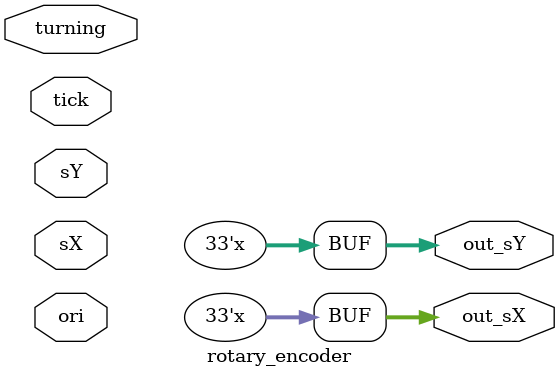
<source format=v>
module rotary_encoder (sX, sY, turning, tick, ori, out_sX, out_sY);

input [1:0] ori ; //orientation of car
input sX, sY; // source co-ordinates in dm(decimeters)
input turning ;


input tick; // one click of the rotary enc
output reg[32:0] out_sX = 0 ;
output reg [32:0]  out_sY = 38 ; //our next position 

//where 20 ticks correspond to 2 decimeter  
reg[4:0] count = 4'b0000;

always@(tick)
begin
if (turning == 1'b0)
	if(count == 10)
	begin
		count = 0;
		if (ori == 2'b00) 
		out_sY = out_sY+1 ; 
		else if (ori == 2'b01) 
		out_sX = out_sX +1 ; 
		else if (ori== 2'b10 ) 
		out_sX = out_sX -1 ;
		else out_sY = out_sY-1 ;  
		
	end //ends the else block
	else 	count = count+1; 	 
end //ends always block
endmodule 
</source>
